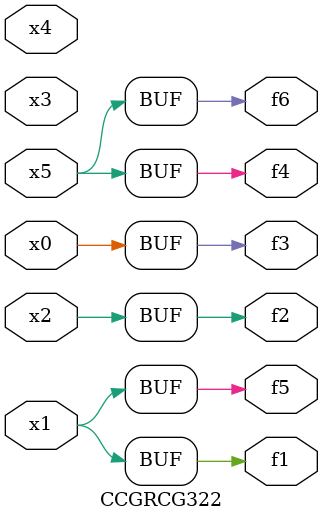
<source format=v>
module CCGRCG322(
	input x0, x1, x2, x3, x4, x5,
	output f1, f2, f3, f4, f5, f6
);
	assign f1 = x1;
	assign f2 = x2;
	assign f3 = x0;
	assign f4 = x5;
	assign f5 = x1;
	assign f6 = x5;
endmodule

</source>
